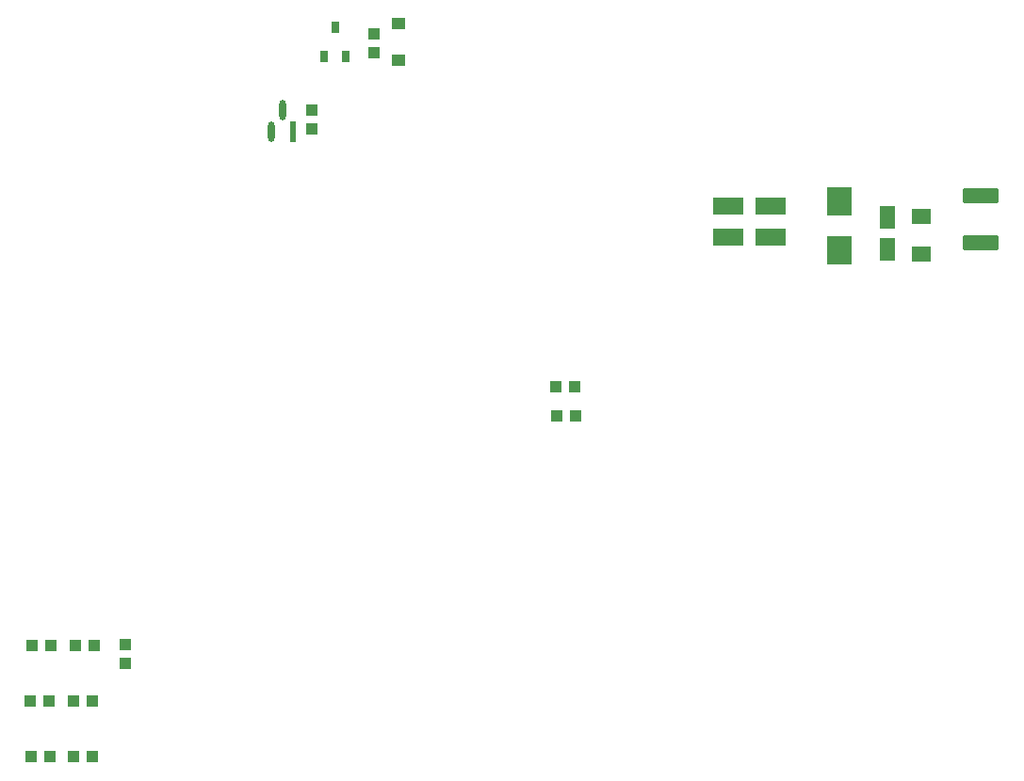
<source format=gbp>
G04*
G04 #@! TF.GenerationSoftware,Altium Limited,Altium Designer,20.2.6 (244)*
G04*
G04 Layer_Color=128*
%FSLAX24Y24*%
%MOIN*%
G70*
G04*
G04 #@! TF.SameCoordinates,6B0B31F8-34BC-4807-AF79-D9433D138100*
G04*
G04*
G04 #@! TF.FilePolarity,Positive*
G04*
G01*
G75*
%ADD29R,0.0394X0.0433*%
%ADD34R,0.0433X0.0394*%
%ADD35R,0.0472X0.0394*%
%ADD60R,0.1063X0.0630*%
%ADD139R,0.0276X0.0433*%
%ADD140R,0.0906X0.0984*%
G04:AMPARAMS|DCode=141|XSize=71.8mil|YSize=24.3mil|CornerRadius=12.2mil|HoleSize=0mil|Usage=FLASHONLY|Rotation=90.000|XOffset=0mil|YOffset=0mil|HoleType=Round|Shape=RoundedRectangle|*
%AMROUNDEDRECTD141*
21,1,0.0718,0.0000,0,0,90.0*
21,1,0.0475,0.0243,0,0,90.0*
1,1,0.0243,0.0000,0.0237*
1,1,0.0243,0.0000,-0.0237*
1,1,0.0243,0.0000,-0.0237*
1,1,0.0243,0.0000,0.0237*
%
%ADD141ROUNDEDRECTD141*%
%ADD142R,0.0243X0.0718*%
%ADD143R,0.0571X0.0807*%
%ADD144R,0.0709X0.0531*%
G04:AMPARAMS|DCode=145|XSize=52.8mil|YSize=129.5mil|CornerRadius=6.6mil|HoleSize=0mil|Usage=FLASHONLY|Rotation=90.000|XOffset=0mil|YOffset=0mil|HoleType=Round|Shape=RoundedRectangle|*
%AMROUNDEDRECTD145*
21,1,0.0528,0.1163,0,0,90.0*
21,1,0.0396,0.1295,0,0,90.0*
1,1,0.0132,0.0582,0.0198*
1,1,0.0132,0.0582,-0.0198*
1,1,0.0132,-0.0582,-0.0198*
1,1,0.0132,-0.0582,0.0198*
%
%ADD145ROUNDEDRECTD145*%
D29*
X4110Y10415D02*
D03*
Y9745D02*
D03*
X12910Y31385D02*
D03*
Y32055D02*
D03*
X10710Y28690D02*
D03*
Y29359D02*
D03*
D34*
X2955Y6440D02*
D03*
X2285D02*
D03*
X1445D02*
D03*
X775D02*
D03*
X2340Y10380D02*
D03*
X3009D02*
D03*
X2271Y8430D02*
D03*
X2940D02*
D03*
X19365Y19560D02*
D03*
X20035D02*
D03*
X19375Y18510D02*
D03*
X20045D02*
D03*
X831Y10380D02*
D03*
X1500D02*
D03*
X765Y8430D02*
D03*
X1435D02*
D03*
D35*
X13780Y32410D02*
D03*
Y31110D02*
D03*
D60*
X25460Y25960D02*
D03*
Y24858D02*
D03*
X26940Y25940D02*
D03*
Y24838D02*
D03*
D139*
X11914Y31258D02*
D03*
X11166D02*
D03*
X11540Y32282D02*
D03*
D140*
X29400Y24384D02*
D03*
Y26106D02*
D03*
D141*
X9300Y28600D02*
D03*
X9674Y29356D02*
D03*
D142*
X10048Y28600D02*
D03*
D143*
X31070Y24420D02*
D03*
Y25542D02*
D03*
D144*
X32290Y25579D02*
D03*
Y24260D02*
D03*
D145*
X34370Y26333D02*
D03*
Y24640D02*
D03*
M02*

</source>
